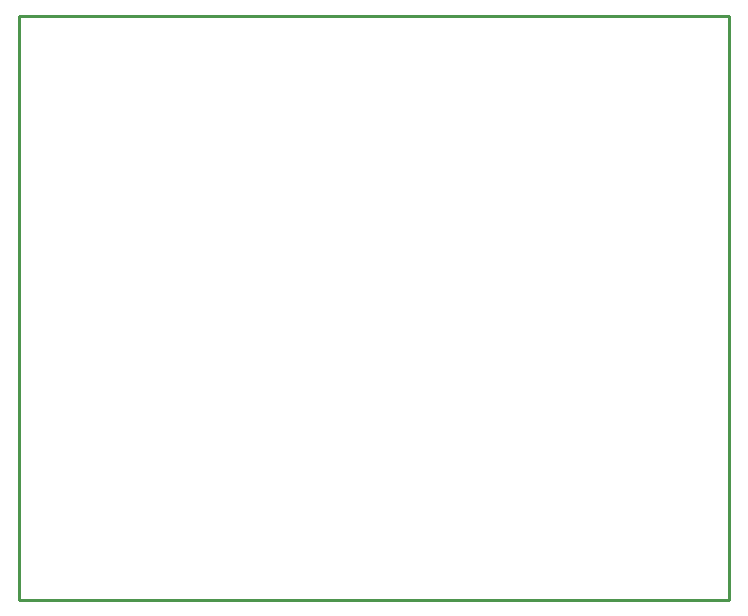
<source format=gko>
G04*
G04 #@! TF.GenerationSoftware,Altium Limited,Altium Designer,19.1.5 (86)*
G04*
G04 Layer_Color=16711935*
%FSLAX25Y25*%
%MOIN*%
G70*
G01*
G75*
%ADD10C,0.01000*%
D10*
X0Y0D02*
X236500D01*
Y194500D01*
X0D02*
X236500D01*
X0Y0D02*
Y194500D01*
M02*

</source>
